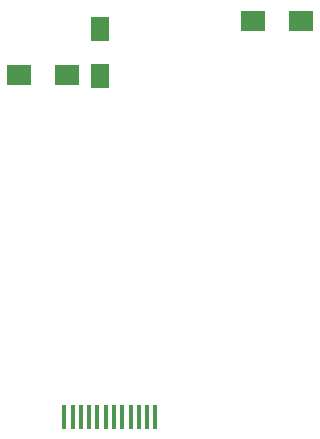
<source format=gbr>
G04 #@! TF.GenerationSoftware,KiCad,Pcbnew,(5.1.2)-1*
G04 #@! TF.CreationDate,2019-08-14T03:07:58+02:00*
G04 #@! TF.ProjectId,SmokESP8266,536d6f6b-4553-4503-9832-36362e6b6963,rev?*
G04 #@! TF.SameCoordinates,Original*
G04 #@! TF.FileFunction,Paste,Bot*
G04 #@! TF.FilePolarity,Positive*
%FSLAX46Y46*%
G04 Gerber Fmt 4.6, Leading zero omitted, Abs format (unit mm)*
G04 Created by KiCad (PCBNEW (5.1.2)-1) date 2019-08-14 03:07:58*
%MOMM*%
%LPD*%
G04 APERTURE LIST*
%ADD10R,2.000000X1.700000*%
%ADD11R,0.350000X2.000000*%
%ADD12R,1.600000X2.000000*%
G04 APERTURE END LIST*
D10*
X97282000Y-77724000D03*
X93282000Y-77724000D03*
D11*
X104790000Y-106680000D03*
X104090000Y-106680000D03*
X103390000Y-106680000D03*
X102690000Y-106680000D03*
X101990000Y-106680000D03*
X101290000Y-106680000D03*
X100590000Y-106680000D03*
X99890000Y-106680000D03*
X99190000Y-106680000D03*
X98490000Y-106680000D03*
X97790000Y-106680000D03*
X97090000Y-106680000D03*
D12*
X100076000Y-77819000D03*
X100076000Y-73819000D03*
D10*
X113094000Y-73152000D03*
X117094000Y-73152000D03*
M02*

</source>
